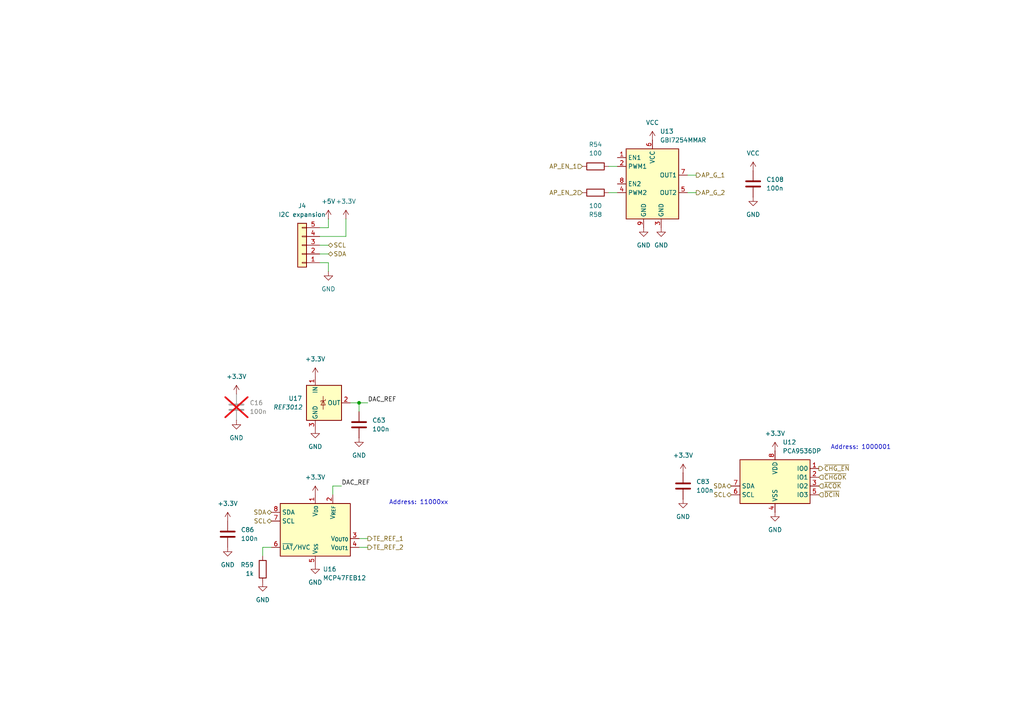
<source format=kicad_sch>
(kicad_sch (version 20231120) (generator "eeschema") (generator_version "8.0")
  (paper "A4")
  (title_block (title "Beerpak") (company "©2024 Luca Anastasio"))
  (lib_symbols
    (symbol "Connector_Generic:Conn_01x05" (pin_names (offset 1.016) hide)
      (property "Reference" "J" (at 0 7.62 0))
      (property "Value" "Conn_01x05" (at 0 -7.62 0))
      (symbol "Conn_01x05_1_1"
        (rectangle (start -1.27 -4.953) (end 0 -5.207) (stroke (width 0.1524)))
        (rectangle (start -1.27 -2.413) (end 0 -2.667) (stroke (width 0.1524)))
        (rectangle (start -1.27 0.127) (end 0 -0.127) (stroke (width 0.1524)))
        (rectangle (start -1.27 2.667) (end 0 2.413) (stroke (width 0.1524)))
        (rectangle (start -1.27 5.207) (end 0 4.953) (stroke (width 0.1524)))
        (rectangle (start -1.27 6.35) (end 1.27 -6.35) (stroke (width 0.254)) (fill (type background)))
        (pin passive line (at -5.08 5.08 0) (length 3.81) (name "Pin_1") (number "1"))
        (pin passive line (at -5.08 2.54 0) (length 3.81) (name "Pin_2") (number "2"))
        (pin passive line (at -5.08 0 0) (length 3.81) (name "Pin_3") (number "3"))
        (pin passive line (at -5.08 -2.54 0) (length 3.81) (name "Pin_4") (number "4"))
        (pin passive line (at -5.08 -5.08 0) (length 3.81) (name "Pin_5") (number "5"))
      )
    )
    (symbol "Device:C" (pin_numbers hide) (pin_names (offset 0.254))
      (property "Reference" "C" (at 0.635 2.54 0))
      (property "Value" "C" (at 0.635 -2.54 0))
      (symbol "C_0_1"
        (polyline (pts (xy -2.032 -0.762) (xy 2.032 -0.762)) (stroke (width 0.508)))
        (polyline (pts (xy -2.032 0.762) (xy 2.032 0.762)) (stroke (width 0.508)))
      )
      (symbol "C_1_1"
        (pin passive line (at 0 3.81 270) (length 2.794) (name "~") (number "1"))
        (pin passive line (at 0 -3.81 90) (length 2.794) (name "~") (number "2"))
      )
    )
    (symbol "Device:R" (pin_numbers hide) (pin_names (offset 0))
      (property "Reference" "R" (at 2.032 0 90))
      (property "Value" "R" (at 0 0 90))
      (symbol "R_0_1"
        (rectangle (start -1.016 -2.54) (end 1.016 2.54) (stroke (width 0.254)))
      )
      (symbol "R_1_1"
        (pin passive line (at 0 3.81 270) (length 1.27) (name "~") (number "1"))
        (pin passive line (at 0 -3.81 90) (length 1.27) (name "~") (number "2"))
      )
    )
    (symbol "Driver_FET:PM8834M"
      (property "Reference" "U" (at -7.62 11.43 0))
      (property "Value" "PM8834M" (at 12.7 11.43 0))
      (symbol "PM8834M_0_1"
        (rectangle (start -7.62 -10.16) (end 7.62 10.16) (stroke (width 0.254)) (fill (type background)))
      )
      (symbol "PM8834M_1_1"
        (pin input line (at -10.16 7.62 0) (length 2.54) (name "EN1") (number "1"))
        (pin input line (at -10.16 5.08 0) (length 2.54) (name "PWM1") (number "2"))
        (pin power_in line (at 2.54 -12.7 90) (length 2.54) (name "GND") (number "3"))
        (pin input line (at -10.16 -2.54 0) (length 2.54) (name "PWM2") (number "4"))
        (pin output line (at 10.16 -2.54 180) (length 2.54) (name "OUT2") (number "5"))
        (pin power_in line (at 0 12.7 270) (length 2.54) (name "VCC") (number "6"))
        (pin output line (at 10.16 2.54 180) (length 2.54) (name "OUT1") (number "7"))
        (pin input line (at -10.16 0 0) (length 2.54) (name "EN2") (number "8"))
        (pin power_in line (at -2.54 -12.7 90) (length 2.54) (name "GND") (number "9"))
      )
    )
    (symbol "Interface_Expansion:PCA9536DP"
      (property "Reference" "U" (at -8.89 6.35 0))
      (property "Value" "PCA9536DP" (at 6.35 6.35 0))
      (symbol "PCA9536DP_0_1"
        (rectangle (start -10.16 5.08) (end 10.16 -7.62) (stroke (width 0.254)) (fill (type background)))
      )
      (symbol "PCA9536DP_1_1"
        (pin bidirectional line (at 12.7 2.54 180) (length 2.54) (name "IO0") (number "1"))
        (pin bidirectional line (at 12.7 0 180) (length 2.54) (name "IO1") (number "2"))
        (pin bidirectional line (at 12.7 -2.54 180) (length 2.54) (name "IO2") (number "3"))
        (pin power_in line (at 0 -10.16 90) (length 2.54) (name "VSS") (number "4"))
        (pin bidirectional line (at 12.7 -5.08 180) (length 2.54) (name "IO3") (number "5"))
        (pin input line (at -12.7 -5.08 0) (length 2.54) (name "SCL") (number "6"))
        (pin bidirectional line (at -12.7 -2.54 0) (length 2.54) (name "SDA") (number "7"))
        (pin power_in line (at 0 7.62 270) (length 2.54) (name "VDD") (number "8"))
      )
    )
    (symbol "Reference_Voltage:REF3012" (pin_names (offset 0.254))
      (property "Reference" "U" (at 0 6.35 0))
      (property "Value" "REF3012" (at 2.54 -6.35 0))
      (symbol "REF3012_0_1"
        (rectangle (start -5.08 5.08) (end 5.08 -5.08) (stroke (width 0.254)) (fill (type background)))
        (polyline (pts (xy -0.254 1.905) (xy -0.254 -1.905)))
        (polyline (pts (xy -0.889 -0.635) (xy 0.381 -0.635) (xy -0.254 0.635) (xy -0.889 -0.635)))
        (polyline (pts (xy 0.381 1.016) (xy 0.381 0.635) (xy -0.889 0.635) (xy -0.889 0.254)))
      )
      (symbol "REF3012_1_1"
        (pin power_in line (at -2.54 7.62 270) (length 2.54) (name "IN") (number "1"))
        (pin power_out line (at 7.62 0 180) (length 2.54) (name "OUT") (number "2"))
        (pin power_in line (at -2.54 -7.62 90) (length 2.54) (name "GND") (number "3"))
      )
    )
    (symbol "portabeer:MCP47FEB12"
      (property "Reference" "U" (at 7.112 10.922 0))
      (property "Value" "MCP47FEB12" (at 7.112 8.89 0))
      (symbol "MCP47FEB12_0_1"
        (rectangle (start -10.16 7.62) (end 10.16 -7.62) (stroke (width 0.254)) (fill (type background)))
      )
      (symbol "MCP47FEB12_1_1"
        (pin power_in line (at 0 10.16 270) (length 2.54) (name "V_{DD}") (number "1"))
        (pin power_in line (at 5.08 10.16 270) (length 2.54) (name "V_{REF}") (number "2"))
        (pin output line (at 12.7 -2.54 180) (length 2.54) (name "V_{OUT0}") (number "3"))
        (pin output line (at 12.7 -5.08 180) (length 2.54) (name "V_{OUT1}") (number "4"))
        (pin power_in line (at 0 -10.16 90) (length 2.54) (name "V_{SS}") (number "5"))
        (pin input line (at -12.7 -5.08 0) (length 2.54) (name "~{LAT}/HVC") (number "6"))
        (pin input line (at -12.7 2.54 0) (length 2.54) (name "SCL") (number "7"))
        (pin input line (at -12.7 5.08 0) (length 2.54) (name "SDA") (number "8"))
      )
    )
    (symbol "power:+3.3V" (power) (pin_numbers hide) (pin_names (offset 0) hide)
      (property "Value" "+3.3V" (at 0 3.556 0))
      (symbol "+3.3V_0_1"
        (polyline (pts (xy -0.762 1.27) (xy 0 2.54)))
        (polyline (pts (xy 0 0) (xy 0 2.54)))
        (polyline (pts (xy 0 2.54) (xy 0.762 1.27)))
      )
      (symbol "+3.3V_1_1"
        (pin power_in line (at 0 0 90) (length 0) (name "~") (number "1"))
      )
    )
    (symbol "power:+5V" (power) (pin_numbers hide) (pin_names (offset 0) hide)
      (property "Value" "+5V" (at 0 3.556 0))
      (symbol "+5V_0_1"
        (polyline (pts (xy -0.762 1.27) (xy 0 2.54)))
        (polyline (pts (xy 0 0) (xy 0 2.54)))
        (polyline (pts (xy 0 2.54) (xy 0.762 1.27)))
      )
      (symbol "+5V_1_1"
        (pin power_in line (at 0 0 90) (length 0) (name "~") (number "1"))
      )
    )
    (symbol "power:GND" (power) (pin_numbers hide) (pin_names (offset 0) hide)
      (property "Value" "GND" (at 0 -3.81 0))
      (symbol "GND_0_1"
        (polyline (pts (xy 0 0) (xy 0 -1.27) (xy 1.27 -1.27) (xy 0 -2.54) (xy -1.27 -1.27) (xy 0 -1.27)))
      )
      (symbol "GND_1_1"
        (pin power_in line (at 0 0 270) (length 0) (name "~") (number "1"))
      )
    )
    (symbol "power:VCC" (power) (pin_numbers hide) (pin_names (offset 0) hide)
      (property "Value" "VCC" (at 0 3.556 0))
      (symbol "VCC_0_1"
        (polyline (pts (xy -0.762 1.27) (xy 0 2.54)))
        (polyline (pts (xy 0 0) (xy 0 2.54)))
        (polyline (pts (xy 0 2.54) (xy 0.762 1.27)))
      )
      (symbol "VCC_1_1"
        (pin power_in line (at 0 0 90) (length 0) (name "~") (number "1"))
      )
    )
  )
  (junction (at 104.14 116.84))
  (wire (pts (xy 92.71 76.2) (xy 95.25 76.2)))
  (wire (pts (xy 199.39 50.8) (xy 201.93 50.8)))
  (wire (pts (xy 104.14 158.75) (xy 106.68 158.75)))
  (wire (pts (xy 104.14 116.84) (xy 106.68 116.84)))
  (wire (pts (xy 199.39 55.88) (xy 201.93 55.88)))
  (wire (pts (xy 176.53 48.26) (xy 179.07 48.26)))
  (wire (pts (xy 92.71 71.12) (xy 95.25 71.12)))
  (wire (pts (xy 95.25 66.04) (xy 95.25 63.5)))
  (wire (pts (xy 92.71 68.58) (xy 100.33 68.58)))
  (wire (pts (xy 76.2 158.75) (xy 76.2 161.29)))
  (wire (pts (xy 95.25 76.2) (xy 95.25 78.74)))
  (wire (pts (xy 104.14 119.38) (xy 104.14 116.84)))
  (wire (pts (xy 78.74 158.75) (xy 76.2 158.75)))
  (wire (pts (xy 100.33 68.58) (xy 100.33 63.5)))
  (wire (pts (xy 96.52 140.97) (xy 96.52 143.51)))
  (wire (pts (xy 104.14 156.21) (xy 106.68 156.21)))
  (wire (pts (xy 92.71 73.66) (xy 95.25 73.66)))
  (wire (pts (xy 99.06 140.97) (xy 96.52 140.97)))
  (wire (pts (xy 92.71 66.04) (xy 95.25 66.04)))
  (wire (pts (xy 104.14 116.84) (xy 101.6 116.84)))
  (wire (pts (xy 176.53 55.88) (xy 179.07 55.88)))
  (text "Address: 11000xx" (at 121.412 145.796 0) (effects (font (size 1.27 1.27))))
  (text "Address: 1000001" (at 249.682 129.794 0) (effects (font (size 1.27 1.27))))
  (label "DAC_REF" (at 99.06 140.97 0))
  (label "DAC_REF" (at 106.68 116.84 0))
  (hierarchical_label "SDA" (shape bidirectional) (at 78.74 148.59 180))
  (hierarchical_label "AP_G_2" (shape output) (at 201.93 55.88 0))
  (hierarchical_label "~{DCIN}" (shape input) (at 237.49 143.51 0))
  (hierarchical_label "SDA" (shape bidirectional) (at 212.09 140.97 180))
  (hierarchical_label "AP_EN_1" (shape input) (at 168.91 48.26 180))
  (hierarchical_label "SCL" (shape bidirectional) (at 95.25 71.12 0))
  (hierarchical_label "SCL" (shape bidirectional) (at 78.74 151.13 180))
  (hierarchical_label "SCL" (shape bidirectional) (at 212.09 143.51 180))
  (hierarchical_label "AP_EN_2" (shape input) (at 168.91 55.88 180))
  (hierarchical_label "SDA" (shape bidirectional) (at 95.25 73.66 0))
  (hierarchical_label "~{ACOK}" (shape input) (at 237.49 140.97 0))
  (hierarchical_label "AP_G_1" (shape output) (at 201.93 50.8 0))
  (hierarchical_label "~{CHGOK}" (shape input) (at 237.49 138.43 0))
  (hierarchical_label "~{CHG_EN}" (shape output) (at 237.49 135.89 0))
  (hierarchical_label "TE_REF_1" (shape output) (at 106.68 156.21 0))
  (hierarchical_label "TE_REF_2" (shape output) (at 106.68 158.75 0))
  (symbol (lib_id "Reference_Voltage:REF3012") (at 93.98 116.84 0) (unit 1)
    (property "Reference" "U17" (at 87.63 115.5699 0) (effects (justify right)))
    (property "Value" "REF3012" (at 87.63 118.1099 0) (effects (font (italic yes)) (justify right)))
    (property "Footprint" "Package_TO_SOT_SMD:SOT-23" (effects (hide yes)))
    (property "Datasheet" "http://www.ti.com/lit/ds/symlink/ref3033.pdf" (effects (hide yes)))
    (property "Description" "1.25V 50-ppm/°C Max, 50-μA, CMOS Voltage Reference, SOT-23-3" (effects (hide yes)))
  )
  (symbol (lib_id "Device:C") (at 104.14 123.19 0) (unit 1)
    (property "Reference" "C63" (at 107.95 121.9199 0) (effects (justify left)))
    (property "Value" "100n" (at 107.95 124.4599 0) (effects (justify left)))
    (property "Footprint" "Capacitor_SMD:C_0603_1608Metric" (effects (hide yes)))
    (property "Description" "Unpolarized capacitor" (effects (hide yes)))
  )
  (symbol (lib_id "power:+3.3V") (at 66.04 151.13 0) (unit 1)
    (property "Reference" "#PWR0242" (effects (hide yes)))
    (property "Value" "+3.3V" (at 66.04 146.05 0))
    (property "Description" "Power symbol creates a global label with name \"+3.3V\"" (effects (hide yes)))
  )
  (symbol (lib_id "power:GND") (at 95.25 78.74 0) (unit 1)
    (property "Reference" "#PWR039" (effects (hide yes)))
    (property "Value" "GND" (at 95.25 83.82 0))
    (property "Description" "Power symbol creates a global label with name \"GND\" , ground" (effects (hide yes)))
  )
  (symbol (lib_id "power:+3.3V") (at 68.58 114.3 0) (unit 1)
    (property "Reference" "#PWR061" (effects (hide yes)))
    (property "Value" "+3.3V" (at 68.58 109.22 0))
    (property "Description" "Power symbol creates a global label with name \"+3.3V\"" (effects (hide yes)))
  )
  (symbol (lib_id "Device:R") (at 172.72 55.88 90) (mirror x) (unit 1)
    (property "Reference" "R58" (at 172.72 62.23 90))
    (property "Value" "100" (at 172.72 59.69 90))
    (property "Footprint" "Resistor_SMD:R_0603_1608Metric" (effects (hide yes)))
    (property "Description" "Resistor" (effects (hide yes)))
  )
  (symbol (lib_id "Driver_FET:PM8834M") (at 189.23 53.34 0) (unit 1)
    (property "Reference" "U13" (at 191.4241 38.1 0) (effects (justify left)))
    (property "Value" "GBI7254MMAR" (at 191.4241 40.64 0) (effects (justify left)))
    (property "Footprint" "Package_SO:MSOP-8-1EP_3x3mm_P0.65mm_EP1.95x2.15mm" (effects (hide yes)))
    (property "Datasheet" "http://www.st.com/resource/en/datasheet/pm8834.pdf" (effects (hide yes)))
    (property "Description" "4A dual low-side MOSFET driver, MSOP-8" (effects (hide yes)))
  )
  (symbol (lib_id "Device:R") (at 172.72 48.26 90) (unit 1)
    (property "Reference" "R54" (at 172.72 41.91 90))
    (property "Value" "100" (at 172.72 44.45 90))
    (property "Footprint" "Resistor_SMD:R_0603_1608Metric" (effects (hide yes)))
    (property "Description" "Resistor" (effects (hide yes)))
  )
  (symbol (lib_id "power:GND") (at 76.2 168.91 0) (unit 1)
    (property "Reference" "#PWR0248" (effects (hide yes)))
    (property "Value" "GND" (at 76.2 173.99 0))
    (property "Description" "Power symbol creates a global label with name \"GND\" , ground" (effects (hide yes)))
  )
  (symbol (lib_id "power:GND") (at 224.79 148.59 0) (unit 1)
    (property "Reference" "#PWR0199" (effects (hide yes)))
    (property "Value" "GND" (at 224.79 153.67 0))
    (property "Description" "Power symbol creates a global label with name \"GND\" , ground" (effects (hide yes)))
  )
  (symbol (lib_id "Device:R") (at 76.2 165.1 0) (mirror x) (unit 1)
    (property "Reference" "R59" (at 73.66 163.8299 0) (effects (justify right)))
    (property "Value" "1k" (at 73.66 166.3699 0) (effects (justify right)))
    (property "Footprint" "Resistor_SMD:R_0603_1608Metric" (effects (hide yes)))
    (property "Description" "Resistor" (effects (hide yes)))
  )
  (symbol (lib_id "Device:C") (at 66.04 154.94 0) (unit 1)
    (property "Reference" "C86" (at 69.85 153.6699 0) (effects (justify left)))
    (property "Value" "100n" (at 69.85 156.2099 0) (effects (justify left)))
    (property "Footprint" "Capacitor_SMD:C_0603_1608Metric" (effects (hide yes)))
    (property "Description" "Unpolarized capacitor" (effects (hide yes)))
  )
  (symbol (lib_id "Device:C") (at 68.58 118.11 0) (unit 1) (on_board no) (dnp yes)
    (property "Reference" "C16" (at 72.39 116.8399 0) (effects (justify left)))
    (property "Value" "100n" (at 72.39 119.3799 0) (effects (justify left)))
    (property "Footprint" "Capacitor_SMD:C_0603_1608Metric" (effects (hide yes)))
    (property "Description" "Unpolarized capacitor" (effects (hide yes)))
  )
  (symbol (lib_id "power:VCC") (at 189.23 40.64 0) (unit 1)
    (property "Reference" "#PWR0249" (effects (hide yes)))
    (property "Value" "VCC" (at 189.23 35.56 0))
    (property "Description" "Power symbol creates a global label with name \"VCC\"" (effects (hide yes)))
  )
  (symbol (lib_id "power:+3.3V") (at 100.33 63.5 0) (unit 1)
    (property "Reference" "#PWR043" (effects (hide yes)))
    (property "Value" "+3.3V" (at 100.33 58.42 0))
    (property "Description" "Power symbol creates a global label with name \"+3.3V\"" (effects (hide yes)))
  )
  (symbol (lib_id "power:+3.3V") (at 91.44 143.51 0) (unit 1)
    (property "Reference" "#PWR0251" (effects (hide yes)))
    (property "Value" "+3.3V" (at 91.44 138.43 0))
    (property "Description" "Power symbol creates a global label with name \"+3.3V\"" (effects (hide yes)))
  )
  (symbol (lib_id "power:+3.3V") (at 224.79 130.81 0) (unit 1)
    (property "Reference" "#PWR0198" (effects (hide yes)))
    (property "Value" "+3.3V" (at 224.79 125.73 0))
    (property "Description" "Power symbol creates a global label with name \"+3.3V\"" (effects (hide yes)))
  )
  (symbol (lib_id "Interface_Expansion:PCA9536DP") (at 224.79 138.43 0) (unit 1)
    (property "Reference" "U12" (at 226.9841 128.27 0) (effects (justify left)))
    (property "Value" "PCA9536DP" (at 226.9841 130.81 0) (effects (justify left)))
    (property "Footprint" "Package_SO:TSSOP-8_3x3mm_P0.65mm" (effects (hide yes)))
    (property "Datasheet" "http://www.nxp.com/docs/en/data-sheet/PCA9536.pdf" (effects (hide yes)))
    (property "Description" "4-bit I2C-bus and SMBus IO port, TSSOP-8" (effects (hide yes)))
  )
  (symbol (lib_id "power:GND") (at 191.77 66.04 0) (unit 1)
    (property "Reference" "#PWR0250" (effects (hide yes)))
    (property "Value" "GND" (at 191.77 71.12 0))
    (property "Description" "Power symbol creates a global label with name \"GND\" , ground" (effects (hide yes)))
  )
  (symbol (lib_id "power:GND") (at 186.69 66.04 0) (unit 1)
    (property "Reference" "#PWR0247" (effects (hide yes)))
    (property "Value" "GND" (at 186.69 71.12 0))
    (property "Description" "Power symbol creates a global label with name \"GND\" , ground" (effects (hide yes)))
  )
  (symbol (lib_id "Connector_Generic:Conn_01x05") (at 87.63 71.12 180) (unit 1)
    (property "Reference" "J4" (at 87.63 59.69 0))
    (property "Value" "I2C expansion" (at 87.63 62.23 0))
    (property "Footprint" "Connector_PinHeader_2.54mm:PinHeader_1x05_P2.54mm_Vertical" (effects (hide yes)))
    (property "Description" "Generic connector, single row, 01x05, script generated (kicad-library-utils/schlib/autogen/connector/)" (effects (hide yes)))
  )
  (symbol (lib_id "Device:C") (at 198.12 140.97 0) (unit 1)
    (property "Reference" "C83" (at 201.93 139.6999 0) (effects (justify left)))
    (property "Value" "100n" (at 201.93 142.2399 0) (effects (justify left)))
    (property "Footprint" "Capacitor_SMD:C_0603_1608Metric" (effects (hide yes)))
    (property "Description" "Unpolarized capacitor" (effects (hide yes)))
  )
  (symbol (lib_id "power:GND") (at 218.44 57.15 0) (unit 1)
    (property "Reference" "#PWR0256" (effects (hide yes)))
    (property "Value" "GND" (at 218.44 62.23 0))
    (property "Description" "Power symbol creates a global label with name \"GND\" , ground" (effects (hide yes)))
  )
  (symbol (lib_id "power:GND") (at 198.12 144.78 0) (mirror y) (unit 1)
    (property "Reference" "#PWR0197" (effects (hide yes)))
    (property "Value" "GND" (at 198.12 149.86 0))
    (property "Description" "Power symbol creates a global label with name \"GND\" , ground" (effects (hide yes)))
  )
  (symbol (lib_id "power:GND") (at 91.44 124.46 0) (mirror y) (unit 1)
    (property "Reference" "#PWR068" (effects (hide yes)))
    (property "Value" "GND" (at 91.44 129.54 0))
    (property "Description" "Power symbol creates a global label with name \"GND\" , ground" (effects (hide yes)))
  )
  (symbol (lib_id "power:GND") (at 66.04 158.75 0) (mirror y) (unit 1)
    (property "Reference" "#PWR0244" (effects (hide yes)))
    (property "Value" "GND" (at 66.04 163.83 0))
    (property "Description" "Power symbol creates a global label with name \"GND\" , ground" (effects (hide yes)))
  )
  (symbol (lib_id "power:VCC") (at 218.44 49.53 0) (unit 1)
    (property "Reference" "#PWR0255" (effects (hide yes)))
    (property "Value" "VCC" (at 218.44 44.45 0))
    (property "Description" "Power symbol creates a global label with name \"VCC\"" (effects (hide yes)))
  )
  (symbol (lib_id "power:+3.3V") (at 198.12 137.16 0) (unit 1)
    (property "Reference" "#PWR0196" (effects (hide yes)))
    (property "Value" "+3.3V" (at 198.12 132.08 0))
    (property "Description" "Power symbol creates a global label with name \"+3.3V\"" (effects (hide yes)))
  )
  (symbol (lib_id "power:+3.3V") (at 91.44 109.22 0) (unit 1)
    (property "Reference" "#PWR067" (effects (hide yes)))
    (property "Value" "+3.3V" (at 91.44 104.14 0))
    (property "Description" "Power symbol creates a global label with name \"+3.3V\"" (effects (hide yes)))
  )
  (symbol (lib_id "power:+5V") (at 95.25 63.5 0) (unit 1)
    (property "Reference" "#PWR038" (effects (hide yes)))
    (property "Value" "+5V" (at 95.25 58.42 0))
    (property "Description" "Power symbol creates a global label with name \"+5V\"" (effects (hide yes)))
  )
  (symbol (lib_id "power:GND") (at 91.44 163.83 0) (unit 1)
    (property "Reference" "#PWR0254" (effects (hide yes)))
    (property "Value" "GND" (at 91.44 168.91 0))
    (property "Description" "Power symbol creates a global label with name \"GND\" , ground" (effects (hide yes)))
  )
  (symbol (lib_id "portabeer:MCP47FEB12") (at 91.44 153.67 0) (unit 1)
    (property "Reference" "U16" (at 93.6341 165.1 0) (effects (justify left)))
    (property "Value" "MCP47FEB12" (at 93.6341 167.64 0) (effects (justify left)))
    (property "Footprint" "Package_SO:TSSOP-8_4.4x3mm_P0.65mm" (effects (hide yes)))
    (property "Datasheet" "https://ww1.microchip.com/downloads/aemDocuments/documents/OTH/ProductDocuments/DataSheets/20005375A.pdf" (effects (hide yes)))
    (property "Description" "10-Bit Dual Output DAC w/EEPROM and I2C" (effects (hide yes)))
  )
  (symbol (lib_id "power:GND") (at 68.58 121.92 0) (mirror y) (unit 1)
    (property "Reference" "#PWR062" (effects (hide yes)))
    (property "Value" "GND" (at 68.58 127 0))
    (property "Description" "Power symbol creates a global label with name \"GND\" , ground" (effects (hide yes)))
  )
  (symbol (lib_id "Device:C") (at 218.44 53.34 0) (unit 1)
    (property "Reference" "C108" (at 222.25 52.0699 0) (effects (justify left)))
    (property "Value" "100n" (at 222.25 54.6099 0) (effects (justify left)))
    (property "Footprint" "Capacitor_SMD:C_0603_1608Metric" (effects (hide yes)))
    (property "Description" "Unpolarized capacitor" (effects (hide yes)))
  )
  (symbol (lib_id "power:GND") (at 104.14 127 0) (mirror y) (unit 1)
    (property "Reference" "#PWR0195" (effects (hide yes)))
    (property "Value" "GND" (at 104.14 132.08 0))
    (property "Description" "Power symbol creates a global label with name \"GND\" , ground" (effects (hide yes)))
  )
)
</source>
